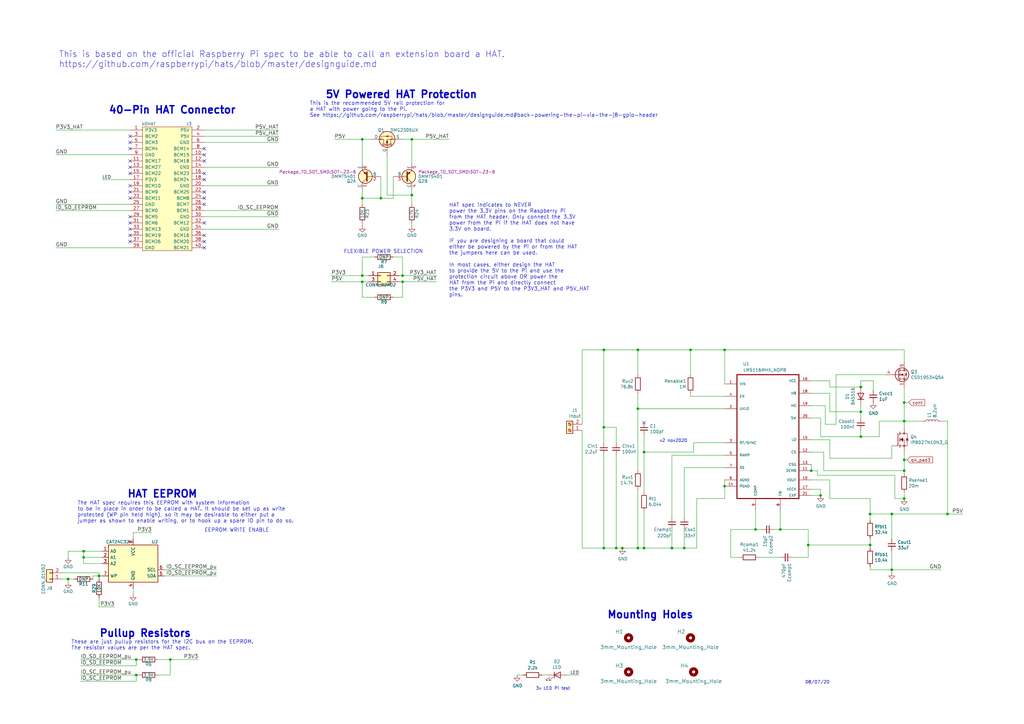
<source format=kicad_sch>
(kicad_sch (version 20211123) (generator eeschema)
  (paper "A3")
  (title_block (title "Raspberry Pi HAT") (rev "A"))
  (lib_symbols
    (symbol "Connector:Screw_Terminal_01x02" (pin_names (offset 1.016) hide)
      (property "Reference" "J" (at 0 2.54 0))
      (property "Value" "Screw_Terminal_01x02" (at 0 -5.08 0))
      (symbol "Screw_Terminal_01x02_1_1"
        (rectangle (start -1.27 1.27) (end 1.27 -3.81) (stroke (width 0.254)) (fill (type background)))
        (circle (center 0 -2.54) (radius 0.635) (stroke (width 0.1524)))
        (polyline (pts (xy -0.5334 -2.2098) (xy 0.3302 -3.048)) (stroke (width 0.1524)))
        (polyline (pts (xy -0.5334 0.3302) (xy 0.3302 -0.508)) (stroke (width 0.1524)))
        (polyline (pts (xy -0.3556 -2.032) (xy 0.508 -2.8702)) (stroke (width 0.1524)))
        (polyline (pts (xy -0.3556 0.508) (xy 0.508 -0.3302)) (stroke (width 0.1524)))
        (circle (center 0 0) (radius 0.635) (stroke (width 0.1524)))
        (pin passive line (at -5.08 0 0) (length 3.81) (name "Pin_1") (number "1"))
        (pin passive line (at -5.08 -2.54 0) (length 3.81) (name "Pin_2") (number "2"))
      )
    )
    (symbol "Connector_Generic:Conn_01x02" (pin_names (offset 1.016) hide)
      (property "Reference" "J" (at 0 2.54 0))
      (property "Value" "Conn_01x02" (at 0 -5.08 0))
      (symbol "Conn_01x02_1_1"
        (rectangle (start -1.27 -2.413) (end 0 -2.667) (stroke (width 0.1524)))
        (rectangle (start -1.27 0.127) (end 0 -0.127) (stroke (width 0.1524)))
        (rectangle (start -1.27 1.27) (end 1.27 -3.81) (stroke (width 0.254)) (fill (type background)))
        (pin passive line (at -5.08 0 0) (length 3.81) (name "Pin_1") (number "1"))
        (pin passive line (at -5.08 -2.54 0) (length 3.81) (name "Pin_2") (number "2"))
      )
    )
    (symbol "Connector_Generic:Conn_02x02_Odd_Even" (pin_names (offset 1.016) hide)
      (property "Reference" "J" (at 1.27 2.54 0))
      (property "Value" "Conn_02x02_Odd_Even" (at 1.27 -5.08 0))
      (symbol "Conn_02x02_Odd_Even_1_1"
        (rectangle (start -1.27 -2.413) (end 0 -2.667) (stroke (width 0.1524)))
        (rectangle (start -1.27 0.127) (end 0 -0.127) (stroke (width 0.1524)))
        (rectangle (start -1.27 1.27) (end 3.81 -3.81) (stroke (width 0.254)) (fill (type background)))
        (rectangle (start 3.81 -2.413) (end 2.54 -2.667) (stroke (width 0.1524)))
        (rectangle (start 3.81 0.127) (end 2.54 -0.127) (stroke (width 0.1524)))
        (pin passive line (at -5.08 0 0) (length 3.81) (name "Pin_1") (number "1"))
        (pin passive line (at 7.62 0 180) (length 3.81) (name "Pin_2") (number "2"))
        (pin passive line (at -5.08 -2.54 0) (length 3.81) (name "Pin_3") (number "3"))
        (pin passive line (at 7.62 -2.54 180) (length 3.81) (name "Pin_4") (number "4"))
      )
    )
    (symbol "Device:C_Small" (pin_numbers hide) (pin_names (offset 0.254) hide)
      (property "Reference" "C" (at 0.254 1.778 0))
      (property "Value" "C_Small" (at 0.254 -2.032 0))
      (symbol "C_Small_0_1"
        (polyline (pts (xy -1.524 -0.508) (xy 1.524 -0.508)) (stroke (width 0.3302)))
        (polyline (pts (xy -1.524 0.508) (xy 1.524 0.508)) (stroke (width 0.3048)))
      )
      (symbol "C_Small_1_1"
        (pin passive line (at 0 2.54 270) (length 2.032) (name "~") (number "1"))
        (pin passive line (at 0 -2.54 90) (length 2.032) (name "~") (number "2"))
      )
    )
    (symbol "Device:D" (pin_numbers hide) (pin_names (offset 1.016) hide)
      (property "Reference" "D" (at 0 2.54 0))
      (property "Value" "D" (at 0 -2.54 0))
      (symbol "D_0_1"
        (polyline (pts (xy -1.27 1.27) (xy -1.27 -1.27)) (stroke (width 0.254)))
        (polyline (pts (xy 1.27 0) (xy -1.27 0)))
        (polyline (pts (xy 1.27 1.27) (xy 1.27 -1.27) (xy -1.27 0) (xy 1.27 1.27)) (stroke (width 0.254)))
      )
      (symbol "D_1_1"
        (pin passive line (at -3.81 0 0) (length 2.54) (name "K") (number "1"))
        (pin passive line (at 3.81 0 180) (length 2.54) (name "A") (number "2"))
      )
    )
    (symbol "Device:L" (pin_numbers hide) (pin_names (offset 1.016) hide)
      (property "Reference" "L" (at -1.27 0 90))
      (property "Value" "L" (at 1.905 0 90))
      (symbol "L_0_1"
        (arc (start 0 -2.54) (mid 0.635 -1.905) (end 0 -1.27))
        (arc (start 0 -1.27) (mid 0.635 -0.635) (end 0 0))
        (arc (start 0 0) (mid 0.635 0.635) (end 0 1.27))
        (arc (start 0 1.27) (mid 0.635 1.905) (end 0 2.54))
      )
      (symbol "L_1_1"
        (pin passive line (at 0 3.81 270) (length 1.27) (name "1") (number "1"))
        (pin passive line (at 0 -3.81 90) (length 1.27) (name "2") (number "2"))
      )
    )
    (symbol "Device:LED" (pin_numbers hide) (pin_names (offset 1.016) hide)
      (property "Reference" "D" (at 0 2.54 0))
      (property "Value" "LED" (at 0 -2.54 0))
      (symbol "LED_0_1"
        (polyline (pts (xy -1.27 -1.27) (xy -1.27 1.27)) (stroke (width 0.254)))
        (polyline (pts (xy -1.27 0) (xy 1.27 0)))
        (polyline (pts (xy 1.27 -1.27) (xy 1.27 1.27) (xy -1.27 0) (xy 1.27 -1.27)) (stroke (width 0.254)))
        (polyline (pts (xy -3.048 -0.762) (xy -4.572 -2.286) (xy -3.81 -2.286) (xy -4.572 -2.286) (xy -4.572 -1.524)))
        (polyline (pts (xy -1.778 -0.762) (xy -3.302 -2.286) (xy -2.54 -2.286) (xy -3.302 -2.286) (xy -3.302 -1.524)))
      )
      (symbol "LED_1_1"
        (pin passive line (at -3.81 0 0) (length 2.54) (name "K") (number "1"))
        (pin passive line (at 3.81 0 180) (length 2.54) (name "A") (number "2"))
      )
    )
    (symbol "Device:R" (pin_numbers hide) (pin_names (offset 0))
      (property "Reference" "R" (at 2.032 0 90))
      (property "Value" "R" (at 0 0 90))
      (symbol "R_0_1"
        (rectangle (start -1.016 -2.54) (end 1.016 2.54) (stroke (width 0.254)))
      )
      (symbol "R_1_1"
        (pin passive line (at 0 3.81 270) (length 1.27) (name "~") (number "1"))
        (pin passive line (at 0 -3.81 90) (length 1.27) (name "~") (number "2"))
      )
    )
    (symbol "LM5116_hat:LM5116MHX_NOPB_webench_LM5116MHX_NOPB" (pin_names (offset 1.016))
      (property "Reference" "U" (at -12.7 26.3906 0))
      (property "Value" "LM5116MHX_NOPB_webench_LM5116MHX_NOPB" (at -5.08 26.67 0))
      (symbol "LM5116MHX_NOPB_webench_LM5116MHX_NOPB_0_0"
        (polyline (pts (xy -12.7 -25.4) (xy -12.7 25.4)) (stroke (width 0.4064)))
        (polyline (pts (xy -12.7 25.4) (xy 12.7 25.4)) (stroke (width 0.4064)))
        (polyline (pts (xy 12.7 -25.4) (xy -12.7 -25.4)) (stroke (width 0.4064)))
        (polyline (pts (xy 12.7 25.4) (xy 12.7 -25.4)) (stroke (width 0.4064)))
        (pin input line (at -17.78 21.59 0) (length 5.08) (name "VIN") (number "1"))
        (pin output line (at 17.78 -17.78 180) (length 5.08) (name "VOUT") (number "10"))
        (pin input line (at 17.78 -13.97 180) (length 5.08) (name "DEMB") (number "11"))
        (pin input line (at 17.78 -6.35 180) (length 5.08) (name "CS") (number "12"))
        (pin input line (at 17.78 -11.43 180) (length 5.08) (name "CSG") (number "13"))
        (pin power_in line (at -17.78 -20.32 0) (length 5.08) (name "PGND") (number "14"))
        (pin output line (at 17.78 -1.27 180) (length 5.08) (name "LO") (number "15"))
        (pin power_in line (at 17.78 22.86 180) (length 5.08) (name "VCC") (number "16"))
        (pin power_in line (at 17.78 -21.59 180) (length 5.08) (name "VCCX") (number "17"))
        (pin power_in line (at 17.78 17.78 180) (length 5.08) (name "HB") (number "18"))
        (pin output line (at 17.78 12.7 180) (length 5.08) (name "HO") (number "19"))
        (pin input line (at -17.78 11.43 0) (length 5.08) (name "UVLO") (number "2"))
        (pin output line (at 17.78 7.62 180) (length 5.08) (name "SW") (number "20"))
        (pin power_in line (at 17.78 -24.13 180) (length 5.08) (name "EXP") (number "21"))
        (pin input line (at -17.78 -2.54 0) (length 5.08) (name "RT/SYNC") (number "3"))
        (pin input line (at -17.78 16.51 0) (length 5.08) (name "EN") (number "4"))
        (pin input line (at -17.78 -7.62 0) (length 5.08) (name "RAMP") (number "5"))
        (pin power_in line (at -17.78 -17.78 0) (length 5.08) (name "AGND") (number "6"))
        (pin input line (at -17.78 -12.7 0) (length 5.08) (name "SS") (number "7"))
        (pin input line (at 5.08 -30.48 90) (length 5.08) (name "FB") (number "8"))
        (pin output line (at -5.08 -30.48 90) (length 5.08) (name "COMP") (number "9"))
      )
    )
    (symbol "Mechanical:MountingHole" (pin_names (offset 1.016))
      (property "Reference" "H" (at 0 5.08 0))
      (property "Value" "MountingHole" (at 0 3.175 0))
      (symbol "MountingHole_0_1"
        (circle (center 0 0) (radius 1.27) (stroke (width 1.27)))
      )
    )
    (symbol "Transistor_FET:CSD19534Q5A" (pin_names hide)
      (property "Reference" "Q" (at 5.08 1.905 0))
      (property "Value" "CSD19534Q5A" (at 5.08 0 0))
      (symbol "CSD19534Q5A_0_1"
        (polyline (pts (xy 0.254 0) (xy -2.54 0)))
        (polyline (pts (xy 0.254 1.905) (xy 0.254 -1.905)) (stroke (width 0.254)))
        (polyline (pts (xy 0.762 -1.27) (xy 0.762 -2.286)) (stroke (width 0.254)))
        (polyline (pts (xy 0.762 0.508) (xy 0.762 -0.508)) (stroke (width 0.254)))
        (polyline (pts (xy 0.762 2.286) (xy 0.762 1.27)) (stroke (width 0.254)))
        (polyline (pts (xy 2.54 2.54) (xy 2.54 1.778)))
        (polyline (pts (xy 2.54 -2.54) (xy 2.54 0) (xy 0.762 0)))
        (polyline (pts (xy 0.762 -1.778) (xy 3.302 -1.778) (xy 3.302 1.778) (xy 0.762 1.778)))
        (polyline (pts (xy 1.016 0) (xy 2.032 0.381) (xy 2.032 -0.381) (xy 1.016 0)) (fill (type outline)))
        (polyline (pts (xy 2.794 0.508) (xy 2.921 0.381) (xy 3.683 0.381) (xy 3.81 0.254)))
        (polyline (pts (xy 3.302 0.381) (xy 2.921 -0.254) (xy 3.683 -0.254) (xy 3.302 0.381)))
        (circle (center 1.651 0) (radius 2.794) (stroke (width 0.254)))
        (circle (center 2.54 -1.778) (radius 0.254) (fill (type outline)))
        (circle (center 2.54 1.778) (radius 0.254) (fill (type outline)))
      )
      (symbol "CSD19534Q5A_1_1"
        (pin passive line (at 2.54 -5.08 90) (length 2.54) (name "S") (number "1"))
        (pin passive line (at 2.54 -5.08 90) (length 2.54) hide (name "S") (number "2"))
        (pin passive line (at 2.54 -5.08 90) (length 2.54) hide (name "S") (number "3"))
        (pin passive line (at -5.08 0 0) (length 2.54) (name "G") (number "4"))
        (pin passive line (at 2.54 5.08 270) (length 2.54) (name "D") (number "5"))
      )
    )
    (symbol "kyuditsky_kicad:IPB027N10N3_G" (pin_numbers hide) (pin_names (offset 1.016) hide)
      (property "Reference" "Q" (at -8.89 2.54 0))
      (property "Value" "IPB027N10N3_G" (at -8.89 -7.62 0))
      (symbol "IPB027N10N3_G_0_0"
        (polyline (pts (xy 0 2.54) (xy 0 -2.54)) (stroke (width 0.254)))
        (polyline (pts (xy 0.762 -2.54) (xy 0.762 -3.175)) (stroke (width 0.254)))
        (polyline (pts (xy 0.762 -1.905) (xy 0.762 -2.54)) (stroke (width 0.254)))
        (polyline (pts (xy 0.762 0) (xy 0.762 -0.762)) (stroke (width 0.254)))
        (polyline (pts (xy 0.762 0) (xy 2.54 0)) (stroke (width 0.1524)))
        (polyline (pts (xy 0.762 0.762) (xy 0.762 0)) (stroke (width 0.254)))
        (polyline (pts (xy 0.762 2.54) (xy 0.762 1.905)) (stroke (width 0.254)))
        (polyline (pts (xy 0.762 2.54) (xy 3.81 2.54)) (stroke (width 0.1524)))
        (polyline (pts (xy 0.762 3.175) (xy 0.762 2.54)) (stroke (width 0.254)))
        (polyline (pts (xy 2.54 -2.54) (xy 0.762 -2.54)) (stroke (width 0.1524)))
        (polyline (pts (xy 2.54 -2.54) (xy 3.81 -2.54)) (stroke (width 0.1524)))
        (polyline (pts (xy 2.54 0) (xy 2.54 -2.54)) (stroke (width 0.1524)))
        (polyline (pts (xy 3.81 0.508) (xy 3.302 0.508)) (stroke (width 0.1524)))
        (polyline (pts (xy 3.81 0.508) (xy 3.81 -2.54)) (stroke (width 0.1524)))
        (polyline (pts (xy 3.81 2.54) (xy 3.81 0.508)) (stroke (width 0.1524)))
        (polyline (pts (xy 4.318 0.508) (xy 3.81 0.508)) (stroke (width 0.1524)))
        (polyline (pts (xy 1.016 0) (xy 2.032 0.762) (xy 2.032 -0.762)) (stroke (width 0.1524)) (fill (type outline)))
        (polyline (pts (xy 3.81 0.508) (xy 3.302 -0.254) (xy 4.318 -0.254)) (stroke (width 0.1524)) (fill (type outline)))
        (circle (center 2.54 -2.54) (radius 0.3556))
        (circle (center 2.54 2.54) (radius 0.3556))
        (pin passive line (at -2.54 -2.54 0) (length 2.54) (name "~") (number "1"))
        (pin passive line (at 2.54 5.08 270) (length 2.54) (name "~") (number "2"))
        (pin passive line (at 2.54 -5.08 90) (length 2.54) (name "~") (number "3"))
      )
    )
    (symbol "power:GND" (power) (pin_names (offset 0))
      (property "Value" "GND" (at 0 -3.81 0))
      (symbol "GND_0_1"
        (polyline (pts (xy 0 0) (xy 0 -1.27) (xy 1.27 -1.27) (xy 0 -2.54) (xy -1.27 -1.27) (xy 0 -1.27)))
      )
      (symbol "GND_1_1"
        (pin power_in line (at 0 0 270) (length 0) hide (name "GND") (number "1"))
      )
    )
    (symbol "raspberrypi_hat:CAT24C32" (pin_names (offset 0.762))
      (property "Reference" "U" (at -8.89 8.89 0))
      (property "Value" "CAT24C32" (at 6.35 8.89 0))
      (symbol "CAT24C32_0_0"
        (pin power_in line (at 0 -10.16 90) (length 2.54) (name "GND") (number "4"))
        (pin power_in line (at 0 10.16 270) (length 2.54) (name "VCC") (number "8"))
      )
      (symbol "CAT24C32_1_1"
        (rectangle (start -10.16 -7.62) (end 10.16 7.62) (stroke (width 0.254)) (fill (type background)))
        (pin input line (at -12.7 5.08 0) (length 2.54) (name "A0") (number "1"))
        (pin input line (at -12.7 2.54 0) (length 2.54) (name "A1") (number "2"))
        (pin input line (at -12.7 0 0) (length 2.54) (name "A2") (number "3"))
        (pin bidirectional line (at 12.7 -5.08 180) (length 2.54) (name "SDA") (number "5"))
        (pin input line (at 12.7 -2.54 180) (length 2.54) (name "SCL") (number "6"))
        (pin input line (at -12.7 -5.08 0) (length 2.54) (name "WP") (number "7"))
      )
    )
    (symbol "raspberrypi_hat:DMG2305UX" (pin_numbers hide) (pin_names (offset 0))
      (property "Reference" "Q" (at -2.54 3.81 0))
      (property "Value" "DMG2305UX" (at 12.7 3.81 0))
      (symbol "DMG2305UX_0_1"
        (polyline (pts (xy -2.54 0) (xy -2.286 0)) (stroke (width 0.254)))
        (polyline (pts (xy -1.778 -1.524) (xy 0 -1.524)))
        (polyline (pts (xy -1.778 -1.016) (xy -1.778 -2.032)))
        (polyline (pts (xy -1.778 0) (xy 0 0)))
        (polyline (pts (xy -1.778 0.508) (xy -1.778 -0.508)))
        (polyline (pts (xy -1.778 1.397) (xy 0 1.397)))
        (polyline (pts (xy -1.778 1.905) (xy -1.778 0.889)))
        (polyline (pts (xy 0 -2.032) (xy 0 -2.921)))
        (polyline (pts (xy 0 -1.778) (xy 0 0)))
        (polyline (pts (xy 0 -1.27) (xy 0 -2.032)))
        (polyline (pts (xy 0 1.524) (xy 0 2.794)))
        (polyline (pts (xy 0 2.159) (xy 0 1.397)))
        (polyline (pts (xy 0.889 -0.5334) (xy 1.6764 -0.508)))
        (polyline (pts (xy -2.286 1.778) (xy -2.286 -1.905) (xy -2.286 -1.397) (xy -2.286 -1.651)) (stroke (width 0.254)))
        (polyline (pts (xy -0.381 0) (xy -1.397 0.381) (xy -1.397 -0.381) (xy -0.381 0)) (fill (type outline)))
        (polyline (pts (xy 1.27 -0.4572) (xy 0.9906 0.1524) (xy 1.524 0.1524) (xy 1.2446 -0.4572)) (fill (type outline)))
        (polyline (pts (xy 0 2.54) (xy 1.27 2.54) (xy 1.27 0.508) (xy 1.27 -2.032) (xy 0 -2.032)))
        (circle (center 0 0) (radius 3.2512) (stroke (width 0.254)) (fill (type background)))
        (circle (center 0.0254 -2.032) (radius 0.1524) (fill (type outline)))
        (circle (center 0.0254 2.54) (radius 0.1778) (fill (type outline)))
      )
      (symbol "DMG2305UX_1_1"
        (pin input line (at -6.35 0 0) (length 3.81) (name "G") (number "1"))
        (pin passive line (at 0 -6.35 90) (length 3.81) (name "S") (number "2"))
        (pin passive line (at 0 6.35 270) (length 3.81) (name "D") (number "3"))
      )
    )
    (symbol "raspberrypi_hat:DMMT5401" (pin_names (offset 0))
      (property "Reference" "Q" (at 5.08 1.905 0))
      (property "Value" "DMMT5401" (at 5.08 0 0))
      (property "Footprint" "SOT-26" (at 5.08 -1.905 0))
      (symbol "DMMT5401_0_1"
        (polyline (pts (xy 0 0) (xy 0.635 0)))
        (polyline (pts (xy 2.54 -2.54) (xy 0.635 -0.635)))
        (polyline (pts (xy 2.54 2.54) (xy 0.635 0.635)))
        (polyline (pts (xy 0.635 1.905) (xy 0.635 -1.905) (xy 0.635 -1.905)) (stroke (width 0.508)) (fill (type outline)))
        (polyline (pts (xy 1.397 -1.905) (xy 1.905 -1.397) (xy 0.889 -0.889) (xy 1.397 -1.905) (xy 1.397 -1.905)) (fill (type outline)))
        (circle (center 1.27 0) (radius 2.8194) (stroke (width 0.254)) (fill (type background)))
      )
      (symbol "DMMT5401_1_1"
        (pin passive line (at 2.54 5.08 270) (length 2.54) (name "C") (number "1"))
        (pin input line (at -5.08 0 0) (length 5.08) (name "B") (number "2"))
        (pin passive line (at 2.54 -5.08 90) (length 2.54) (name "E") (number "6"))
      )
      (symbol "DMMT5401_2_1"
        (pin input line (at -5.08 0 0) (length 5.08) (name "B") (number "3"))
        (pin passive line (at 2.54 5.08 270) (length 2.54) (name "C") (number "4"))
        (pin passive line (at 2.54 -5.08 90) (length 2.54) (name "E") (number "5"))
      )
    )
    (symbol "raspberrypi_hat:OX40HAT" (pin_names (offset 1.016))
      (property "Reference" "J" (at 8.89 2.54 0))
      (property "Value" "OX40HAT" (at -7.62 2.54 0))
      (symbol "OX40HAT_0_1"
        (rectangle (start -10.16 1.27) (end 10.16 -49.53) (fill (type background)))
      )
      (symbol "OX40HAT_1_1"
        (pin bidirectional line (at -15.24 0 0) (length 5.08) (name "P3V3") (number "1"))
        (pin bidirectional line (at 15.24 -10.16 180) (length 5.08) (name "BCM15") (number "10"))
        (pin bidirectional line (at -15.24 -12.7 0) (length 5.08) (name "BCM17") (number "11"))
        (pin bidirectional line (at 15.24 -12.7 180) (length 5.08) (name "BCM18") (number "12"))
        (pin bidirectional line (at -15.24 -15.24 0) (length 5.08) (name "BCM27") (number "13"))
        (pin bidirectional line (at 15.24 -15.24 180) (length 5.08) (name "GND") (number "14"))
        (pin bidirectional line (at -15.24 -17.78 0) (length 5.08) (name "BCM22") (number "15"))
        (pin bidirectional line (at 15.24 -17.78 180) (length 5.08) (name "BCM23") (number "16"))
        (pin bidirectional line (at -15.24 -20.32 0) (length 5.08) (name "P3V3") (number "17"))
        (pin bidirectional line (at 15.24 -20.32 180) (length 5.08) (name "BCM24") (number "18"))
        (pin bidirectional line (at -15.24 -22.86 0) (length 5.08) (name "BCM10") (number "19"))
        (pin bidirectional line (at 15.24 0 180) (length 5.08) (name "P5V") (number "2"))
        (pin bidirectional line (at 15.24 -22.86 180) (length 5.08) (name "GND") (number "20"))
        (pin bidirectional line (at -15.24 -25.4 0) (length 5.08) (name "BCM9") (number "21"))
        (pin bidirectional line (at 15.24 -25.4 180) (length 5.08) (name "BCM25") (number "22"))
        (pin bidirectional line (at -15.24 -27.94 0) (length 5.08) (name "BCM11") (number "23"))
        (pin bidirectional line (at 15.24 -27.94 180) (length 5.08) (name "BCM8") (number "24"))
        (pin bidirectional line (at -15.24 -30.48 0) (length 5.08) (name "GND") (number "25"))
        (pin bidirectional line (at 15.24 -30.48 180) (length 5.08) (name "BCM7") (number "26"))
        (pin bidirectional line (at -15.24 -33.02 0) (length 5.08) (name "BCM0") (number "27"))
        (pin bidirectional line (at 15.24 -33.02 180) (length 5.08) (name "BCM1") (number "28"))
        (pin bidirectional line (at -15.24 -35.56 0) (length 5.08) (name "BCM5") (number "29"))
        (pin bidirectional line (at -15.24 -2.54 0) (length 5.08) (name "BCM2") (number "3"))
        (pin bidirectional line (at 15.24 -35.56 180) (length 5.08) (name "GND") (number "30"))
        (pin bidirectional line (at -15.24 -38.1 0) (length 5.08) (name "BCM6") (number "31"))
        (pin bidirectional line (at 15.24 -38.1 180) (length 5.08) (name "BCM12") (number "32"))
        (pin bidirectional line (at -15.24 -40.64 0) (length 5.08) (name "BCM13") (number "33"))
        (pin bidirectional line (at 15.24 -40.64 180) (length 5.08) (name "GND") (number "34"))
        (pin bidirectional line (at -15.24 -43.18 0) (length 5.08) (name "BCM19") (number "35"))
        (pin bidirectional line (at 15.24 -43.18 180) (length 5.08) (name "BCM16") (number "36"))
        (pin bidirectional line (at -15.24 -45.72 0) (length 5.08) (name "BCM26") (number "37"))
        (pin bidirectional line (at 15.24 -45.72 180) (length 5.08) (name "BCM20") (number "38"))
        (pin bidirectional line (at -15.24 -48.26 0) (length 5.08) (name "GND") (number "39"))
        (pin bidirectional line (at 15.24 -2.54 180) (length 5.08) (name "P5V") (number "4"))
        (pin bidirectional line (at 15.24 -48.26 180) (length 5.08) (name "BCM21") (number "40"))
        (pin bidirectional line (at -15.24 -5.08 0) (length 5.08) (name "BCM3") (number "5"))
        (pin bidirectional line (at 15.24 -5.08 180) (length 5.08) (name "GND") (number "6"))
        (pin bidirectional line (at -15.24 -7.62 0) (length 5.08) (name "BCM4") (number "7"))
        (pin bidirectional line (at 15.24 -7.62 180) (length 5.08) (name "BCM14") (number "8"))
        (pin bidirectional line (at -15.24 -10.16 0) (length 5.08) (name "GND") (number "9"))
      )
    )
  )
  (junction (at 365.76 210.82))
  (junction (at 309.88 217.17))
  (junction (at 331.47 223.52))
  (junction (at 168.91 80.01))
  (junction (at 255.27 224.79))
  (junction (at 336.55 203.2))
  (junction (at 168.91 57.15))
  (junction (at 69.85 270.51))
  (junction (at 356.87 210.82))
  (junction (at 370.84 193.04))
  (junction (at 261.62 167.64))
  (junction (at 370.84 172.72))
  (junction (at 247.65 175.26))
  (junction (at 370.84 204.47))
  (junction (at 353.06 168.91))
  (junction (at 148.59 115.57))
  (junction (at 283.21 143.51))
  (junction (at 297.18 143.51))
  (junction (at 40.64 236.22))
  (junction (at 261.62 143.51))
  (junction (at 34.29 226.06))
  (junction (at 297.18 199.39))
  (junction (at 148.59 113.03))
  (junction (at 320.04 217.17))
  (junction (at 55.88 270.51))
  (junction (at 370.84 188.595))
  (junction (at 353.06 179.07))
  (junction (at 356.87 223.52))
  (junction (at 332.74 193.04))
  (junction (at 264.16 185.42))
  (junction (at 365.76 233.68))
  (junction (at 370.84 165.1))
  (junction (at 247.65 224.79))
  (junction (at 148.59 57.15))
  (junction (at 353.06 158.75))
  (junction (at 275.59 224.79))
  (junction (at 264.16 224.79))
  (junction (at 280.67 224.79))
  (junction (at 261.62 224.79))
  (junction (at 388.62 210.82))
  (junction (at 55.88 276.86))
  (junction (at 156.21 81.28))
  (junction (at 252.73 224.79))
  (junction (at 165.1 115.57))
  (junction (at 165.1 113.03))
  (junction (at 34.29 228.6))
  (junction (at 148.59 81.28))
  (junction (at 247.65 143.51))
  (junction (at 27.94 237.49))
  (no_connect (at 264.16 173.355))
  (no_connect (at 83.82 91.44))
  (no_connect (at 83.82 63.5))
  (no_connect (at 83.82 78.74))
  (no_connect (at 53.34 88.9))
  (no_connect (at 53.34 91.44))
  (no_connect (at 83.82 101.6))
  (no_connect (at 53.34 99.06))
  (no_connect (at 83.82 73.66))
  (no_connect (at 83.82 66.04))
  (no_connect (at 53.34 78.74))
  (no_connect (at 83.82 81.28))
  (no_connect (at 53.34 66.04))
  (no_connect (at 53.34 68.58))
  (no_connect (at 83.82 71.12))
  (no_connect (at 53.34 58.42))
  (no_connect (at 53.34 55.88))
  (no_connect (at 83.82 60.96))
  (no_connect (at 53.34 60.96))
  (no_connect (at 53.34 76.2))
  (no_connect (at 83.82 96.52))
  (no_connect (at 53.34 96.52))
  (no_connect (at 53.34 81.28))
  (no_connect (at 53.34 93.98))
  (no_connect (at 83.82 99.06))
  (no_connect (at 53.34 71.12))
  (no_connect (at 83.82 83.82))
  (wire (pts (xy 264.16 178.435) (xy 264.16 185.42)))
  (wire (pts (xy 367.03 204.47) (xy 370.84 204.47)))
  (wire (pts (xy 38.1 236.22) (xy 38.1 237.49)))
  (wire (pts (xy 337.82 193.04) (xy 370.84 193.04)))
  (wire (pts (xy 340.36 196.85) (xy 340.36 204.47)))
  (wire (pts (xy 284.48 185.42) (xy 264.16 185.42)))
  (wire (pts (xy 137.16 57.15) (xy 148.59 57.15)))
  (wire (pts (xy 252.73 224.79) (xy 255.27 224.79)))
  (wire (pts (xy 280.67 217.17) (xy 280.67 224.79)))
  (wire (pts (xy 27.94 237.49) (xy 30.48 237.49)))
  (wire (pts (xy 335.28 194.945) (xy 335.28 193.04)))
  (wire (pts (xy 27.94 226.06) (xy 34.29 226.06)))
  (wire (pts (xy 264.16 224.79) (xy 275.59 224.79)))
  (wire (pts (xy 158.75 63.5) (xy 158.75 80.01)))
  (wire (pts (xy 83.82 55.88) (xy 114.3 55.88)))
  (wire (pts (xy 40.64 236.22) (xy 41.91 236.22)))
  (wire (pts (xy 370.84 165.1) (xy 370.84 172.72)))
  (wire (pts (xy 331.47 223.52) (xy 331.47 228.6)))
  (wire (pts (xy 285.75 204.47) (xy 297.18 204.47)))
  (wire (pts (xy 365.76 233.68) (xy 365.76 234.95)))
  (wire (pts (xy 165.1 121.92) (xy 165.1 115.57)))
  (wire (pts (xy 356.87 220.98) (xy 356.87 223.52)))
  (wire (pts (xy 54.61 218.44) (xy 62.23 218.44)))
  (wire (pts (xy 261.62 161.29) (xy 261.62 167.64)))
  (wire (pts (xy 309.88 217.17) (xy 312.42 217.17)))
  (wire (pts (xy 165.1 57.15) (xy 168.91 57.15)))
  (wire (pts (xy 53.34 86.36) (xy 22.86 86.36)))
  (wire (pts (xy 353.06 156.21) (xy 353.06 158.75)))
  (wire (pts (xy 353.06 176.53) (xy 353.06 179.07)))
  (wire (pts (xy 158.75 80.01) (xy 168.91 80.01)))
  (wire (pts (xy 163.83 113.03) (xy 165.1 113.03)))
  (wire (pts (xy 332.74 190.5) (xy 332.74 193.04)))
  (wire (pts (xy 153.67 105.41) (xy 148.59 105.41)))
  (wire (pts (xy 353.06 168.91) (xy 353.06 166.37)))
  (wire (pts (xy 340.36 168.91) (xy 353.06 168.91)))
  (wire (pts (xy 340.36 180.34) (xy 332.74 180.34)))
  (wire (pts (xy 356.87 223.52) (xy 356.87 224.79)))
  (wire (pts (xy 275.59 217.17) (xy 275.59 224.79)))
  (wire (pts (xy 165.1 113.03) (xy 165.1 105.41)))
  (wire (pts (xy 325.12 228.6) (xy 331.47 228.6)))
  (wire (pts (xy 360.68 179.07) (xy 353.06 179.07)))
  (wire (pts (xy 370.84 193.04) (xy 370.84 194.31)))
  (wire (pts (xy 340.36 156.21) (xy 340.36 158.75)))
  (wire (pts (xy 40.64 234.95) (xy 40.64 236.22)))
  (wire (pts (xy 365.76 233.68) (xy 386.08 233.68)))
  (wire (pts (xy 55.88 279.4) (xy 33.02 279.4)))
  (wire (pts (xy 135.89 115.57) (xy 148.59 115.57)))
  (wire (pts (xy 214.63 276.86) (xy 212.09 276.86)))
  (wire (pts (xy 356.87 210.82) (xy 365.76 210.82)))
  (wire (pts (xy 222.25 276.86) (xy 224.79 276.86)))
  (wire (pts (xy 27.94 226.06) (xy 27.94 228.6)))
  (wire (pts (xy 297.18 204.47) (xy 297.18 199.39)))
  (wire (pts (xy 338.455 166.37) (xy 332.74 166.37)))
  (wire (pts (xy 53.34 63.5) (xy 22.86 63.5)))
  (wire (pts (xy 378.46 172.72) (xy 370.84 172.72)))
  (wire (pts (xy 33.02 276.86) (xy 55.88 276.86)))
  (wire (pts (xy 135.89 113.03) (xy 148.59 113.03)))
  (wire (pts (xy 365.76 210.82) (xy 365.76 220.98)))
  (wire (pts (xy 283.21 153.67) (xy 283.21 143.51)))
  (wire (pts (xy 38.1 236.22) (xy 40.64 236.22)))
  (wire (pts (xy 40.64 248.92) (xy 40.64 245.11)))
  (wire (pts (xy 284.48 181.61) (xy 284.48 185.42)))
  (wire (pts (xy 55.88 276.86) (xy 57.15 276.86)))
  (wire (pts (xy 83.82 53.34) (xy 114.3 53.34)))
  (wire (pts (xy 165.1 105.41) (xy 161.29 105.41)))
  (wire (pts (xy 53.34 53.34) (xy 22.86 53.34)))
  (wire (pts (xy 247.65 186.69) (xy 247.65 224.79)))
  (wire (pts (xy 156.21 72.39) (xy 156.21 81.28)))
  (wire (pts (xy 161.29 121.92) (xy 165.1 121.92)))
  (wire (pts (xy 148.59 115.57) (xy 148.59 121.92)))
  (wire (pts (xy 168.91 80.01) (xy 168.91 83.82)))
  (wire (pts (xy 332.74 156.21) (xy 340.36 156.21)))
  (wire (pts (xy 148.59 105.41) (xy 148.59 113.03)))
  (wire (pts (xy 83.82 76.2) (xy 114.3 76.2)))
  (wire (pts (xy 372.11 188.595) (xy 370.84 188.595)))
  (wire (pts (xy 299.72 228.6) (xy 303.53 228.6)))
  (wire (pts (xy 283.21 161.29) (xy 283.21 162.56)))
  (wire (pts (xy 370.84 172.72) (xy 360.68 172.72)))
  (wire (pts (xy 34.29 231.14) (xy 41.91 231.14)))
  (wire (pts (xy 27.94 238.76) (xy 27.94 237.49)))
  (wire (pts (xy 69.85 276.86) (xy 69.85 270.51)))
  (wire (pts (xy 34.29 226.06) (xy 34.29 228.6)))
  (wire (pts (xy 283.21 143.51) (xy 297.18 143.51)))
  (wire (pts (xy 394.97 210.82) (xy 388.62 210.82)))
  (wire (pts (xy 342.9 153.67) (xy 363.22 153.67)))
  (wire (pts (xy 148.59 81.28) (xy 148.59 83.82)))
  (wire (pts (xy 41.91 228.6) (xy 34.29 228.6)))
  (wire (pts (xy 340.36 187.96) (xy 340.36 180.34)))
  (wire (pts (xy 340.36 158.75) (xy 353.06 158.75)))
  (wire (pts (xy 297.18 186.69) (xy 275.59 186.69)))
  (wire (pts (xy 367.03 194.945) (xy 367.03 204.47)))
  (wire (pts (xy 67.31 233.68) (xy 88.9 233.68)))
  (wire (pts (xy 69.85 270.51) (xy 81.28 270.51)))
  (wire (pts (xy 370.84 185.42) (xy 370.84 188.595)))
  (wire (pts (xy 55.88 270.51) (xy 57.15 270.51)))
  (wire (pts (xy 247.65 224.79) (xy 252.73 224.79)))
  (wire (pts (xy 331.47 223.52) (xy 356.87 223.52)))
  (wire (pts (xy 370.84 188.595) (xy 370.84 193.04)))
  (wire (pts (xy 168.91 77.47) (xy 168.91 80.01)))
  (wire (pts (xy 335.28 193.04) (xy 332.74 193.04)))
  (wire (pts (xy 338.455 173.99) (xy 338.455 166.37)))
  (wire (pts (xy 238.76 224.79) (xy 247.65 224.79)))
  (wire (pts (xy 331.47 217.17) (xy 331.47 223.52)))
  (wire (pts (xy 83.82 88.9) (xy 114.3 88.9)))
  (wire (pts (xy 238.76 143.51) (xy 238.76 173.99)))
  (wire (pts (xy 148.59 77.47) (xy 148.59 81.28)))
  (wire (pts (xy 55.88 273.05) (xy 55.88 270.51)))
  (wire (pts (xy 55.88 273.05) (xy 33.02 273.05)))
  (wire (pts (xy 358.14 156.21) (xy 358.14 160.02)))
  (wire (pts (xy 297.18 196.85) (xy 297.18 199.39)))
  (wire (pts (xy 320.04 209.55) (xy 320.04 217.17)))
  (wire (pts (xy 370.84 201.93) (xy 370.84 204.47)))
  (wire (pts (xy 332.74 185.42) (xy 337.82 185.42)))
  (wire (pts (xy 275.59 224.79) (xy 280.67 224.79)))
  (wire (pts (xy 283.21 143.51) (xy 261.62 143.51)))
  (wire (pts (xy 360.68 172.72) (xy 360.68 179.07)))
  (wire (pts (xy 163.83 115.57) (xy 165.1 115.57)))
  (wire (pts (xy 148.59 81.28) (xy 156.21 81.28)))
  (wire (pts (xy 336.55 200.66) (xy 336.55 203.2)))
  (wire (pts (xy 83.82 68.58) (xy 114.3 68.58)))
  (wire (pts (xy 261.62 167.64) (xy 297.18 167.64)))
  (wire (pts (xy 238.76 143.51) (xy 247.65 143.51)))
  (wire (pts (xy 232.41 276.86) (xy 237.49 276.86)))
  (wire (pts (xy 311.15 228.6) (xy 320.04 228.6)))
  (wire (pts (xy 46.99 248.92) (xy 40.64 248.92)))
  (wire (pts (xy 247.65 175.26) (xy 247.65 143.51)))
  (wire (pts (xy 261.62 167.64) (xy 261.62 193.04)))
  (wire (pts (xy 261.62 200.66) (xy 261.62 224.79)))
  (wire (pts (xy 88.9 236.22) (xy 67.31 236.22)))
  (wire (pts (xy 386.08 172.72) (xy 388.62 172.72)))
  (wire (pts (xy 83.82 58.42) (xy 114.3 58.42)))
  (wire (pts (xy 148.59 92.71) (xy 148.59 91.44)))
  (wire (pts (xy 25.4 234.95) (xy 40.64 234.95)))
  (wire (pts (xy 370.84 143.51) (xy 370.84 148.59)))
  (wire (pts (xy 332.74 171.45) (xy 336.55 171.45)))
  (wire (pts (xy 297.18 143.51) (xy 297.18 157.48)))
  (wire (pts (xy 156.21 81.28) (xy 161.29 81.28)))
  (wire (pts (xy 148.59 67.31) (xy 148.59 57.15)))
  (wire (pts (xy 34.29 228.6) (xy 34.29 231.14)))
  (wire (pts (xy 356.87 213.36) (xy 356.87 210.82)))
  (wire (pts (xy 168.91 92.71) (xy 168.91 91.44)))
  (wire (pts (xy 337.82 185.42) (xy 337.82 193.04)))
  (wire (pts (xy 252.73 175.26) (xy 247.65 175.26)))
  (wire (pts (xy 280.67 224.79) (xy 285.75 224.79)))
  (wire (pts (xy 168.91 67.31) (xy 168.91 57.15)))
  (wire (pts (xy 332.74 200.66) (xy 336.55 200.66)))
  (wire (pts (xy 247.65 181.61) (xy 247.65 175.26)))
  (wire (pts (xy 165.1 115.57) (xy 179.07 115.57)))
  (wire (pts (xy 55.88 279.4) (xy 55.88 276.86)))
  (wire (pts (xy 238.76 176.53) (xy 238.76 224.79)))
  (wire (pts (xy 285.75 204.47) (xy 285.75 224.79)))
  (wire (pts (xy 297.18 181.61) (xy 284.48 181.61)))
  (wire (pts (xy 340.36 204.47) (xy 356.87 204.47)))
  (wire (pts (xy 358.14 156.21) (xy 353.06 156.21)))
  (wire (pts (xy 340.36 168.91) (xy 340.36 161.29)))
  (wire (pts (xy 41.91 73.66) (xy 53.34 73.66)))
  (wire (pts (xy 252.73 181.61) (xy 252.73 175.26)))
  (wire (pts (xy 34.29 226.06) (xy 41.91 226.06)))
  (wire (pts (xy 33.02 270.51) (xy 55.88 270.51)))
  (wire (pts (xy 54.61 218.44) (xy 54.61 220.98)))
  (wire (pts (xy 161.29 81.28) (xy 161.29 72.39)))
  (wire (pts (xy 320.04 217.17) (xy 331.47 217.17)))
  (wire (pts (xy 148.59 115.57) (xy 151.13 115.57)))
  (wire (pts (xy 336.55 171.45) (xy 336.55 179.07)))
  (wire (pts (xy 83.82 86.36) (xy 114.3 86.36)))
  (wire (pts (xy 25.4 237.49) (xy 27.94 237.49)))
  (wire (pts (xy 335.28 194.945) (xy 367.03 194.945)))
  (wire (pts (xy 365.76 210.82) (xy 388.62 210.82)))
  (wire (pts (xy 388.62 172.72) (xy 388.62 210.82)))
  (wire (pts (xy 340.36 161.29) (xy 332.74 161.29)))
  (wire (pts (xy 356.87 233.68) (xy 365.76 233.68)))
  (wire (pts (xy 255.27 224.79) (xy 261.62 224.79)))
  (wire (pts (xy 247.65 143.51) (xy 261.62 143.51)))
  (wire (pts (xy 309.88 209.55) (xy 309.88 217.17)))
  (wire (pts (xy 353.06 171.45) (xy 353.06 168.91)))
  (wire (pts (xy 280.67 191.77) (xy 280.67 212.09)))
  (wire (pts (xy 338.455 173.99) (xy 342.9 173.99)))
  (wire (pts (xy 365.76 187.96) (xy 365.76 182.88)))
  (wire (pts (xy 148.59 121.92) (xy 153.67 121.92)))
  (wire (pts (xy 356.87 232.41) (xy 356.87 233.68)))
  (wire (pts (xy 336.55 179.07) (xy 353.06 179.07)))
  (wire (pts (xy 54.61 241.3) (xy 54.61 243.84)))
  (wire (pts (xy 370.84 158.75) (xy 370.84 165.1)))
  (wire (pts (xy 83.82 93.98) (xy 114.3 93.98)))
  (wire (pts (xy 299.72 217.17) (xy 309.88 217.17)))
  (wire (pts (xy 280.67 191.77) (xy 297.18 191.77)))
  (wire (pts (xy 332.74 196.85) (xy 340.36 196.85)))
  (wire (pts (xy 317.5 217.17) (xy 320.04 217.17)))
  (wire (pts (xy 340.36 187.96) (xy 365.76 187.96)))
  (wire (pts (xy 69.85 276.86) (xy 64.77 276.86)))
  (wire (pts (xy 332.74 203.2) (xy 336.55 203.2)))
  (wire (pts (xy 148.59 57.15) (xy 152.4 57.15)))
  (wire (pts (xy 372.745 165.1) (xy 370.84 165.1)))
  (wire (pts (xy 53.34 101.6) (xy 22.86 101.6)))
  (wire (pts (xy 299.72 217.17) (xy 299.72 228.6)))
  (wire (pts (xy 252.73 186.69) (xy 252.73 224.79)))
  (wire (pts (xy 165.1 113.03) (xy 179.07 113.03)))
  (wire (pts (xy 356.87 210.82) (xy 356.87 204.47)))
  (wire (pts (xy 261.62 224.79) (xy 264.16 224.79)))
  (wire (pts (xy 40.64 236.22) (xy 40.64 237.49)))
  (wire (pts (xy 297.18 143.51) (xy 370.84 143.51)))
  (wire (pts (xy 264.16 185.42) (xy 264.16 201.93)))
  (wire (pts (xy 168.91 57.15) (xy 184.15 57.15)))
  (wire (pts (xy 370.84 172.72) (xy 370.84 175.26)))
  (wire (pts (xy 275.59 186.69) (xy 275.59 212.09)))
  (wire (pts (xy 365.76 226.06) (xy 365.76 233.68)))
  (wire (pts (xy 283.21 162.56) (xy 297.18 162.56)))
  (wire (pts (xy 148.59 113.03) (xy 151.13 113.03)))
  (wire (pts (xy 261.62 153.67) (xy 261.62 143.51)))
  (wire (pts (xy 264.16 209.55) (xy 264.16 224.79)))
  (wire (pts (xy 342.9 153.67) (xy 342.9 173.99)))
  (wire (pts (xy 64.77 270.51) (xy 69.85 270.51)))
  (wire (pts (xy 53.34 83.82) (xy 22.86 83.82)))
  (text "3v LED Pi test" (at 219.71 283.21 0) (effects (font (size 1.27 1.27)) (justify left bottom)))
  (text "This is the recommended 5V rail protection for \na HAT with power going to the Pi.\nSee https://github.com/raspberrypi/hats/blob/master/designguide.md#back-powering-the-pi-via-the-j8-gpio-header" (at 127 48.26 0) (effects (font (size 1.524 1.524)) (justify left bottom)))
  (text "5V Powered HAT Protection" (at 133.35 40.64 0) (effects (font (size 2.9972 2.9972) (thickness 0.5994) bold) (justify left bottom)))
  (text "08/07/20" (at 330.2 280.67 0) (effects (font (size 1.27 1.27)) (justify left bottom)))
  (text "HAT EEPROM" (at 52.07 204.47 0) (effects (font (size 2.9972 2.9972) (thickness 0.5994) bold) (justify left bottom)))
  (text "Pullup Resistors" (at 40.64 261.62 0) (effects (font (size 2.9972 2.9972) (thickness 0.5994) bold) (justify left bottom)))
  (text "The HAT spec requires this EEPROM with system information\nto be in place in order to be called a HAT. It should be set up as write\nprotected (WP pin held high), so it may be desirable to either put a \njumper as shown to enable writing, or to hook up a spare IO pin to do so." (at 31.75 214.63 0) (effects (font (size 1.524 1.524)) (justify left bottom)))
  (text "This is based on the official Raspberry Pi spec to be able to call an extension board a HAT.\nhttps://github.com/raspberrypi/hats/blob/master/designguide.md" (at 24.13 27.94 0) (effects (font (size 2.54 2.54)) (justify left bottom)))
  (text "HAT spec indicates to NEVER\npower the 3.3V pins on the Raspberry Pi \nfrom the HAT header. Only connect the 3.3V\npower from the Pi if the HAT does not have\n3.3V on board.\n\nIF you are designing a board that could\neither be powered by the Pi or from the HAT\nthe jumpers here can be used.\n\nIn most cases, either design the HAT \nto provide the 5V to the Pi and use the\nprotection circuit above OR power the\nHAT from the Pi and directly connect\nthe P3V3 and P5V to the P3V3_HAT and P5V_HAT\npins." (at 184.15 121.92 0) (effects (font (size 1.524 1.524)) (justify left bottom)))
  (text "EEPROM WRITE ENABLE" (at 83.82 218.44 0) (effects (font (size 1.524 1.524)) (justify left bottom)))
  (text "These are just pullup resistors for the I2C bus on the EEPROM.\nThe resistor values are per the HAT spec." (at 29.21 266.7 0) (effects (font (size 1.524 1.524)) (justify left bottom)))
  (text "v2 nov2020\n" (at 270.51 181.61 0) (effects (font (size 1.27 1.27)) (justify left bottom)))
  (text "40-Pin HAT Connector" (at 44.45 46.99 0) (effects (font (size 2.9972 2.9972) (thickness 0.5994) bold) (justify left bottom)))
  (text "Mounting Holes" (at 248.92 254 0) (effects (font (size 2.9972 2.9972) (thickness 0.5994) bold) (justify left bottom)))
  (text "FLEXIBLE POWER SELECTION" (at 140.97 104.14 0) (effects (font (size 1.524 1.524)) (justify left bottom)))
  (label "P5V_HAT" (at 114.3 55.88 180) (effects (font (size 1.524 1.524))))
  (label "P5V_HAT" (at 184.15 57.15 180) (effects (font (size 1.524 1.524))))
  (label "GND" (at 114.3 58.42 180) (effects (font (size 1.524 1.524))))
  (label "P3V3_HAT" (at 179.07 113.03 180) (effects (font (size 1.524 1.524))))
  (label "ID_SC_EEPROM_pu" (at 33.02 276.86 0) (effects (font (size 1.524 1.524))))
  (label "P3V3" (at 46.99 248.92 180) (effects (font (size 1.524 1.524))))
  (label "LED" (at 237.49 276.86 180))
  (label "ID_SD_EEPROM_pu" (at 88.9 236.22 180) (effects (font (size 1.524 1.524))))
  (label "P5V" (at 135.89 115.57 0) (effects (font (size 1.524 1.524))))
  (label "GND" (at 386.08 233.68 180) (effects (font (size 1.524 1.524))))
  (label "GND" (at 114.3 76.2 180) (effects (font (size 1.524 1.524))))
  (label "GND" (at 114.3 88.9 180) (effects (font (size 1.524 1.524))))
  (label "P3V3" (at 135.89 113.03 0) (effects (font (size 1.524 1.524))))
  (label "ID_SC_EEPROM" (at 114.3 86.36 180) (effects (font (size 1.524 1.524))))
  (label "P5V" (at 394.97 210.82 180) (effects (font (size 1.524 1.524))))
  (label "P3V3_HAT" (at 22.86 53.34 0) (effects (font (size 1.524 1.524))))
  (label "LED" (at 41.91 73.66 0))
  (label "P5V_HAT" (at 114.3 53.34 180) (effects (font (size 1.524 1.524))))
  (label "P5V_HAT" (at 179.07 115.57 180) (effects (font (size 1.524 1.524))))
  (label "P5V" (at 137.16 57.15 0) (effects (font (size 1.524 1.524))))
  (label "P3V3" (at 62.23 218.44 180) (effects (font (size 1.524 1.524))))
  (label "GND" (at 114.3 68.58 180) (effects (font (size 1.524 1.524))))
  (label "GND" (at 22.86 63.5 0) (effects (font (size 1.524 1.524))))
  (label "ID_SC_EEPROM_pu" (at 88.9 233.68 180) (effects (font (size 1.524 1.524))))
  (label "ID_SD_EEPROM_pu" (at 33.02 270.51 0) (effects (font (size 1.524 1.524))))
  (label "ID_SD_EEPROM" (at 22.86 86.36 0) (effects (font (size 1.524 1.524))))
  (label "GND" (at 22.86 83.82 0) (effects (font (size 1.524 1.524))))
  (label "GND" (at 114.3 93.98 180) (effects (font (size 1.524 1.524))))
  (label "ID_SD_EEPROM" (at 33.02 273.05 0) (effects (font (size 1.524 1.524))))
  (label "P3V3" (at 81.28 270.51 180) (effects (font (size 1.524 1.524))))
  (label "ID_SC_EEPROM" (at 33.02 279.4 0) (effects (font (size 1.524 1.524))))
  (label "GND" (at 22.86 101.6 0) (effects (font (size 1.524 1.524))))
  (global_label "q4_pad3" (shape input) (at 372.11 188.595 0) (property "Intersheet References" "${INTERSHEET_REFS}" (effects hide)))
  (global_label "cont" (shape input) (at 372.745 165.1 0) (property "Intersheet References" "${INTERSHEET_REFS}" (effects hide)))
  (symbol (lib_id "Mechanical:MountingHole") (at 257.81 261.62 0) (unit 1)
    (property "Reference" "H1" (at 254 259.08 0) (effects (font (size 1.524 1.524))))
    (property "Value" "3mm_Mounting_Hole" (at 257.81 265.43 0) (effects (font (size 1.524 1.524))))
    (property "Footprint" "project_footprints:NPTH_3mm_ID" (effects hide))
  )
  (symbol (lib_id "Mechanical:MountingHole") (at 283.21 261.62 0) (unit 1)
    (property "Reference" "H2" (at 279.4 259.08 0) (effects (font (size 1.524 1.524))))
    (property "Value" "3mm_Mounting_Hole" (at 283.21 265.43 0) (effects (font (size 1.524 1.524))))
    (property "Footprint" "project_footprints:NPTH_3mm_ID" (effects hide))
  )
  (symbol (lib_id "Mechanical:MountingHole") (at 257.81 275.59 0) (unit 1)
    (property "Reference" "H3" (at 254 273.05 0) (effects (font (size 1.524 1.524))))
    (property "Value" "3mm_Mounting_Hole" (at 257.81 279.4 0) (effects (font (size 1.524 1.524))))
    (property "Footprint" "project_footprints:NPTH_3mm_ID" (effects hide))
  )
  (symbol (lib_id "Mechanical:MountingHole") (at 284.48 275.59 0) (unit 1)
    (property "Reference" "H4" (at 280.67 273.05 0) (effects (font (size 1.524 1.524))))
    (property "Value" "3mm_Mounting_Hole" (at 284.48 279.4 0) (effects (font (size 1.524 1.524))))
    (property "Footprint" "project_footprints:NPTH_3mm_ID" (effects hide))
  )
  (symbol (lib_id "raspberrypi_hat:OX40HAT") (at 68.58 53.34 0) (unit 1)
    (property "Reference" "J3" (at 77.47 50.8 0))
    (property "Value" "40HAT" (at 60.96 50.8 0))
    (property "Footprint" "Connector_PinSocket_2.54mm:PinSocket_2x20_P2.54mm_Vertical" (effects hide))
  )
  (symbol (lib_id "Connector_Generic:Conn_02x02_Odd_Even") (at 156.21 113.03 0) (unit 1)
    (property "Reference" "J6" (at 156.21 109.22 0))
    (property "Value" "CONN_02X02" (at 156.21 116.84 0))
    (property "Footprint" "Connector_PinHeader_2.54mm:PinHeader_2x02_P2.54mm_Vertical" (effects hide))
  )
  (symbol (lib_id "raspberrypi_hat:DMG2305UX") (at 158.75 57.15 90) (unit 1)
    (property "Reference" "Q1" (at 154.94 53.34 90) (effects (justify right)))
    (property "Value" "DMG2305UX" (at 160.02 53.34 90) (effects (justify right)))
    (property "Footprint" "Package_TO_SOT_SMD:SOT-23" (effects hide))
  )
  (symbol (lib_id "raspberrypi_hat:DMMT5401") (at 151.13 72.39 180) (unit 1)
    (property "Reference" "Q2" (at 146.05 74.295 0) (effects (justify left)))
    (property "Value" "DMMT5401" (at 146.05 72.39 0) (effects (justify left)))
    (property "Footprint" "Package_TO_SOT_SMD:SOT-23-6" (at 146.05 70.485 0) (effects (font italic) (justify left)))
  )
  (symbol (lib_id "raspberrypi_hat:DMMT5401") (at 166.37 72.39 0) (mirror x) (unit 2)
    (property "Reference" "Q2" (at 171.45 74.295 0) (effects (justify left)))
    (property "Value" "DMMT5401" (at 171.45 72.39 0) (effects (justify left)))
    (property "Footprint" "Package_TO_SOT_SMD:SOT-23-6" (at 171.45 70.485 0) (effects (font italic) (justify left)))
  )
  (symbol (lib_id "Device:R") (at 148.59 87.63 0) (unit 1)
    (property "Reference" "R23" (at 150.622 87.63 90))
    (property "Value" "10K" (at 148.59 87.63 90))
    (property "Footprint" "Resistor_SMD:R_0603_1608Metric_Pad0.84x1.00mm_HandSolder" (effects hide))
  )
  (symbol (lib_id "Device:R") (at 168.91 87.63 0) (unit 1)
    (property "Reference" "R24" (at 170.942 87.63 90))
    (property "Value" "47K" (at 168.91 87.63 90))
    (property "Footprint" "Resistor_SMD:R_0603_1608Metric_Pad0.84x1.00mm_HandSolder" (effects hide))
  )
  (symbol (lib_id "power:GND") (at 148.59 92.71 0) (unit 1)
    (property "Reference" "#PWR01" (effects hide))
    (property "Value" "GND" (at 148.59 96.52 0))
  )
  (symbol (lib_id "power:GND") (at 168.91 92.71 0) (unit 1)
    (property "Reference" "#PWR02" (effects hide))
    (property "Value" "GND" (at 168.91 96.52 0))
  )
  (symbol (lib_id "raspberrypi_hat:CAT24C32") (at 54.61 231.14 0) (unit 1)
    (property "Reference" "U2" (at 63.5 222.25 0))
    (property "Value" "CAT24C32" (at 48.26 222.25 0))
    (property "Footprint" "Package_SOIC:SOIC-8_3.9x4.9mm_P1.27mm" (effects hide))
  )
  (symbol (lib_id "Device:R") (at 60.96 270.51 270) (unit 1)
    (property "Reference" "R6" (at 60.96 272.542 90))
    (property "Value" "3.9K" (at 60.96 270.51 90))
    (property "Footprint" "Resistor_SMD:R_0603_1608Metric_Pad0.84x1.00mm_HandSolder" (effects hide))
  )
  (symbol (lib_id "Device:R") (at 60.96 276.86 270) (unit 1)
    (property "Reference" "R8" (at 60.96 278.892 90))
    (property "Value" "3.9K" (at 60.96 276.86 90))
    (property "Footprint" "Resistor_SMD:R_0603_1608Metric_Pad0.84x1.00mm_HandSolder" (effects hide))
  )
  (symbol (lib_id "Connector_Generic:Conn_01x02") (at 20.32 237.49 180) (unit 1)
    (property "Reference" "J9" (at 20.32 241.3 0))
    (property "Value" "CONN_01X02" (at 17.78 237.49 90))
    (property "Footprint" "Connector_PinHeader_2.54mm:PinHeader_1x02_P2.54mm_Vertical" (effects hide))
  )
  (symbol (lib_id "Device:R") (at 40.64 241.3 180) (unit 1)
    (property "Reference" "R29" (at 38.608 241.3 90))
    (property "Value" "10K" (at 40.64 241.3 90))
    (property "Footprint" "Resistor_SMD:R_0603_1608Metric_Pad0.84x1.00mm_HandSolder" (effects hide))
  )
  (symbol (lib_id "power:GND") (at 27.94 228.6 0) (unit 1)
    (property "Reference" "#PWR03" (effects hide))
    (property "Value" "GND" (at 27.94 232.41 0))
  )
  (symbol (lib_id "power:GND") (at 27.94 238.76 0) (unit 1)
    (property "Reference" "#PWR04" (effects hide))
    (property "Value" "GND" (at 27.94 242.57 0))
  )
  (symbol (lib_id "Device:R") (at 157.48 105.41 270) (unit 1)
    (property "Reference" "R7" (at 157.48 107.442 90))
    (property "Value" "DNP" (at 157.48 105.41 90))
    (property "Footprint" "Resistor_SMD:R_0603_1608Metric_Pad0.84x1.00mm_HandSolder" (effects hide))
  )
  (symbol (lib_id "Device:R") (at 157.48 121.92 270) (unit 1)
    (property "Reference" "R9" (at 157.48 123.952 90))
    (property "Value" "DNP" (at 157.48 121.92 90))
    (property "Footprint" "Resistor_SMD:R_0603_1608Metric_Pad0.84x1.00mm_HandSolder" (effects hide))
  )
  (symbol (lib_id "Device:R") (at 34.29 237.49 270) (unit 1)
    (property "Reference" "R11" (at 34.29 239.522 90))
    (property "Value" "DNP" (at 34.29 237.49 90))
    (property "Footprint" "Resistor_SMD:R_0603_1608Metric_Pad0.84x1.00mm_HandSolder" (effects hide))
  )
  (symbol (lib_id "power:GND") (at 54.61 243.84 0) (unit 1)
    (property "Reference" "#PWR05" (effects hide))
    (property "Value" "GND" (at 54.61 247.65 0))
  )
  (symbol (lib_id "LM5116_hat:LM5116MHX_NOPB_webench_LM5116MHX_NOPB") (at 314.96 179.07 0) (unit 1)
    (property "Reference" "U1" (at 306.07 149.225 0))
    (property "Value" "LM5116MHX_NOPB" (at 313.69 151.765 0))
    (property "Footprint" "SOP65P640X120-21N" (effects hide))
    (property "Datasheet" "http://www.ti.com/lit/ds/symlink/lm5116.pdf" (effects hide))
    (property "Description" "DC-DC Controller Sync Buck 100V TSSOP20 Texas Instruments LM5116MH/NOPB, DC-DC Controller Step-Up, Synchronous, 1000 kHz, 20-Pin, TSSOP EP" (effects hide))
    (property "Height" "1.1" (effects hide))
    (property "Manufacturer_Name" "Texas Instruments" (effects hide))
    (property "Manufacturer_Part_Number" "LM5116MH/NOPB" (effects hide))
    (property "Mouser Part Number" "926-LM5116MH/NOPB" (effects hide))
    (property "Mouser Price/Stock" "https://www.mouser.co.uk/ProductDetail/Texas-Instruments/LM5116MH-NOPB?qs=QbsRYf82W3Gc%2FVeEKgyaCw%3D%3D" (effects hide))
    (property "Arrow Part Number" "LM5116MH/NOPB" (effects hide))
    (property "Arrow Price/Stock" "https://www.arrow.com/en/products/lm5116mhnopb/texas-instruments?region=nac" (effects hide))
  )
  (symbol (lib_id "Device:C_Small") (at 280.67 214.63 0) (unit 1)
    (property "Reference" "Css1" (at 280.67 217.17 0) (effects (justify left)))
    (property "Value" "33nF" (at 280.67 219.71 0) (effects (justify left)))
    (property "Footprint" "Capacitor_SMD:C_0805_2012Metric" (effects hide))
  )
  (symbol (lib_id "Device:C_Small") (at 275.59 214.63 0) (mirror y) (unit 1)
    (property "Reference" "Cramp1" (at 275.59 217.17 0) (effects (justify left)))
    (property "Value" "220pF" (at 275.59 219.71 0) (effects (justify left)))
    (property "Footprint" "Capacitor_SMD:C_0402_1005Metric" (effects hide))
  )
  (symbol (lib_id "Device:C_Small") (at 247.65 184.15 0) (mirror y) (unit 1)
    (property "Reference" "Cin1" (at 245.3132 182.9816 0) (effects (justify left)))
    (property "Value" "2.2uF" (at 245.3132 185.293 0) (effects (justify left)))
    (property "Footprint" "Capacitor_SMD:C_1210_3225Metric" (effects hide))
  )
  (symbol (lib_id "Device:C_Small") (at 252.73 184.15 0) (unit 1)
    (property "Reference" "Cinx1" (at 255.0668 182.9816 0) (effects (justify left)))
    (property "Value" "100nF" (at 255.0668 185.293 0) (effects (justify left)))
    (property "Footprint" "Capacitor_SMD:C_0805_2012Metric" (effects hide))
  )
  (symbol (lib_id "Device:C_Small") (at 358.14 162.56 0) (unit 1)
    (property "Reference" "Cvcc1" (at 360.4768 161.3916 0) (effects (justify left)))
    (property "Value" "1uF" (at 360.4768 163.703 0) (effects (justify left)))
    (property "Footprint" "Capacitor_SMD:C_0805_2012Metric" (effects hide))
  )
  (symbol (lib_id "Device:C_Small") (at 353.06 173.99 0) (mirror y) (unit 1)
    (property "Reference" "Cboot1" (at 350.7232 172.8216 0) (effects (justify left)))
    (property "Value" "100nF" (at 350.7232 175.133 0) (effects (justify left)))
    (property "Footprint" "Capacitor_SMD:C_0402_1005Metric" (effects hide))
  )
  (symbol (lib_id "Device:C_Small") (at 314.96 217.17 270) (unit 1)
    (property "Reference" "Ccomp2" (at 316.1284 219.5068 0) (effects (justify left)))
    (property "Value" "15pF" (at 313.817 219.5068 0) (effects (justify left)))
    (property "Footprint" "Capacitor_SMD:C_0402_1005Metric" (effects hide))
  )
  (symbol (lib_id "Device:C_Small") (at 322.58 228.6 270) (unit 1)
    (property "Reference" "Ccomp1" (at 323.7484 230.9368 0) (effects (justify left)))
    (property "Value" "470pF" (at 321.437 230.9368 0) (effects (justify left)))
    (property "Footprint" "Capacitor_SMD:C_0402_1005Metric" (effects hide))
  )
  (symbol (lib_id "Device:C_Small") (at 365.76 223.52 0) (unit 1)
    (property "Reference" "Cout1" (at 368.0968 222.3516 0) (effects (justify left)))
    (property "Value" "33uF" (at 368.0968 224.663 0) (effects (justify left)))
    (property "Footprint" "Capacitor_SMD:C_1206_3216Metric" (effects hide))
  )
  (symbol (lib_id "Device:R") (at 261.62 157.48 0) (mirror y) (unit 1)
    (property "Reference" "Ruv2" (at 259.842 156.3116 0) (effects (justify left)))
    (property "Value" "76.8k" (at 259.842 158.623 0) (effects (justify left)))
    (property "Footprint" "Resistor_SMD:R_0805_2012Metric" (effects hide))
  )
  (symbol (lib_id "Device:R") (at 264.16 205.74 0) (unit 1)
    (property "Reference" "Rt1" (at 265.938 204.5716 0) (effects (justify left)))
    (property "Value" "6.04k" (at 265.938 206.883 0) (effects (justify left)))
    (property "Footprint" "Resistor_SMD:R_0402_1005Metric" (effects hide))
  )
  (symbol (lib_id "Device:R") (at 261.62 196.85 0) (mirror y) (unit 1)
    (property "Reference" "Ruv1" (at 259.842 195.6816 0) (effects (justify left)))
    (property "Value" "14.7k" (at 259.842 197.993 0) (effects (justify left)))
    (property "Footprint" "Resistor_SMD:R_0805_2012Metric" (effects hide))
  )
  (symbol (lib_id "Device:R") (at 283.21 157.48 0) (mirror y) (unit 1)
    (property "Reference" "Renable1" (at 281.432 156.3116 0) (effects (justify left)))
    (property "Value" "1M" (at 281.432 158.623 0) (effects (justify left)))
    (property "Footprint" "Resistor_SMD:R_0402_1005Metric" (effects hide))
  )
  (symbol (lib_id "Device:R") (at 307.34 228.6 90) (unit 1)
    (property "Reference" "Rcomp1" (at 307.34 223.3422 90))
    (property "Value" "41.2k" (at 307.34 225.6536 90))
    (property "Footprint" "Resistor_SMD:R_0402_1005Metric" (effects hide))
  )
  (symbol (lib_id "Device:R") (at 370.84 198.12 0) (unit 1)
    (property "Reference" "Rsense1" (at 372.618 196.9516 0) (effects (justify left)))
    (property "Value" "20m" (at 372.618 199.263 0) (effects (justify left)))
    (property "Footprint" "Resistor_SMD:R_1206_3216Metric" (effects hide))
  )
  (symbol (lib_id "Device:R") (at 356.87 217.17 0) (unit 1)
    (property "Reference" "Rfbt1" (at 358.648 216.0016 0) (effects (justify left)))
    (property "Value" "32.4k" (at 358.648 218.313 0) (effects (justify left)))
    (property "Footprint" "Resistor_SMD:R_0402_1005Metric" (effects hide))
  )
  (symbol (lib_id "Device:R") (at 356.87 228.6 0) (unit 1)
    (property "Reference" "Rfbb1" (at 358.648 227.4316 0) (effects (justify left)))
    (property "Value" "10.4k" (at 358.648 229.743 0) (effects (justify left)))
    (property "Footprint" "Resistor_SMD:R_0805_2012Metric" (effects hide))
  )
  (symbol (lib_id "Device:D") (at 353.06 162.56 90) (unit 1)
    (property "Reference" "D1" (at 347.5482 162.56 0))
    (property "Value" "BAS516" (at 349.8596 162.56 0))
    (property "Footprint" "Diode_SMD:D_SOD-523" (effects hide))
  )
  (symbol (lib_id "Device:L") (at 382.27 172.72 90) (unit 1)
    (property "Reference" "L1" (at 381.1016 171.3738 0) (effects (justify left)))
    (property "Value" "8.2uH" (at 383.413 171.3738 0) (effects (justify left)))
    (property "Footprint" "Inductor_SMD:L_Bourns_SRP6540" (effects hide))
    (property "Datasheet" "https://www.bourns.com/data/global/pdfs/SRP6540.pdf" (effects hide))
  )
  (symbol (lib_id "power:GND") (at 370.84 204.47 0) (unit 1)
    (property "Reference" "#PWR0101" (effects hide))
    (property "Value" "GND" (at 370.967 208.8642 0))
  )
  (symbol (lib_id "power:GND") (at 365.76 234.95 0) (unit 1)
    (property "Reference" "#PWR0102" (effects hide))
    (property "Value" "GND" (at 365.887 239.3442 0))
  )
  (symbol (lib_id "power:GND") (at 336.55 203.2 0) (unit 1)
    (property "Reference" "#PWR0103" (effects hide))
    (property "Value" "GND" (at 336.677 207.5942 0))
  )
  (symbol (lib_id "power:GND") (at 255.27 224.79 0) (unit 1)
    (property "Reference" "#PWR0104" (effects hide))
    (property "Value" "GND" (at 255.397 229.1842 0))
  )
  (symbol (lib_id "power:GND") (at 358.14 165.1 0) (unit 1)
    (property "Reference" "#PWR0105" (effects hide))
    (property "Value" "GND" (at 358.267 169.4942 0))
  )
  (symbol (lib_id "Connector:Screw_Terminal_01x02") (at 233.68 176.53 180) (unit 1)
    (property "Reference" "J1" (at 235.7628 168.275 0))
    (property "Value" "Input" (at 235.7628 170.5864 0))
    (property "Footprint" "TerminalBlock:TerminalBlock_bornier-2_P5.08mm" (effects hide))
  )
  (symbol (lib_id "kyuditsky_kicad:IPB027N10N3_G") (at 368.3 180.34 0) (unit 1)
    (property "Reference" "Q4" (at 373.3292 179.1716 0) (effects (justify left)))
    (property "Value" "IPB027N10N3_G" (at 373.3292 181.483 0) (effects (justify left)))
    (property "Footprint" "TO254P1524X457-4N" (effects hide))
    (property "Datasheet" "4.57mm" (effects hide))
    (property "Field4" "IPC7351B" (effects hide))
    (property "Field5" "2.4" (effects hide))
    (property "Field6" "Infineon" (effects hide))
  )
  (symbol (lib_id "Transistor_FET:CSD19534Q5A") (at 368.3 153.67 0) (unit 1)
    (property "Reference" "Q3" (at 373.507 152.5016 0) (effects (justify left)))
    (property "Value" "CSD19534Q5A" (at 373.507 154.813 0) (effects (justify left)))
    (property "Footprint" "Package_TO_SOT_SMD:TDSON-8-1" (effects hide))
    (property "Datasheet" "http://www.ti.com/lit/gpn/csd19534q5a" (effects hide))
  )
  (symbol (lib_id "Device:LED") (at 228.6 276.86 0) (unit 1)
    (property "Reference" "D2" (at 228.4222 271.3482 0))
    (property "Value" "LED" (at 228.4222 273.6596 0))
    (property "Footprint" "LED_SMD:LED_0805_2012Metric" (effects hide))
  )
  (symbol (lib_id "Device:R") (at 218.44 276.86 90) (unit 1)
    (property "Reference" "R1" (at 218.44 271.6022 90))
    (property "Value" "2.2k" (at 218.44 273.9136 90))
    (property "Footprint" "Resistor_SMD:R_0805_2012Metric" (effects hide))
  )
  (symbol (lib_id "power:GND") (at 212.09 276.86 0) (unit 1)
    (property "Reference" "#PWR06" (effects hide))
    (property "Value" "GND" (at 212.217 281.2542 0))
  )
  (symbol (lib_id "Device:C_Small") (at 264.16 175.895 0) (unit 1)
    (property "Reference" "C1" (at 266.4968 174.7266 0) (effects (justify left)))
    (property "Value" "100pf" (at 266.4968 177.038 0) (effects (justify left)))
    (property "Footprint" "Capacitor_THT:C_Disc_D3.0mm_W2.0mm_P2.50mm" (effects hide))
  )
)
</source>
